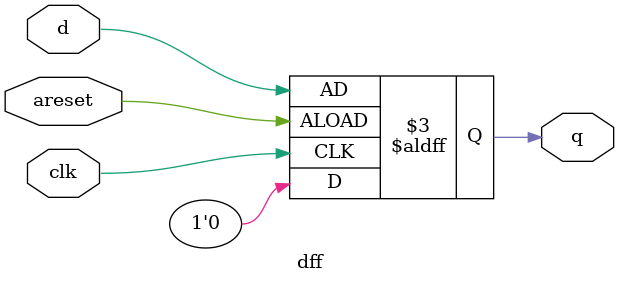
<source format=v>
module dff(input d, areset, clk, output reg q);
always @(posedge clk or posedge areset) begin
	if (!areset) 
		q <= 0;
	else 
		q <=d; 
end
endmodule

</source>
